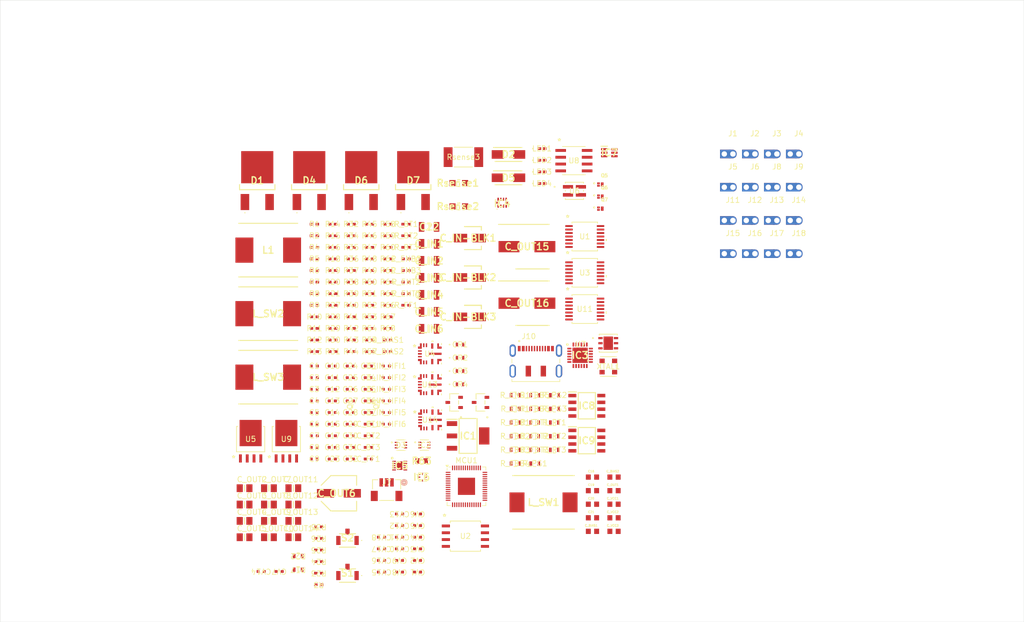
<source format=kicad_pcb>
(kicad_pcb (version 20241229) (generator "pcbnew") (generator_version "9.0")
  (layers (0 "F.Cu" signal) (4 "In1.Cu" signal) (6 "In2.Cu" signal) (2 "B.Cu" signal) (13 "F.Paste" user) (15 "B.Paste" user) (5 "F.SilkS" user "F.Silkscreen") (7 "B.SilkS" user "B.Silkscreen") (1 "F.Mask" user) (3 "B.Mask" user) (25 "Edge.Cuts" user))
  (net 0 "")
  (net 1 "Net-(U1-T-)")
  (net 2 "Net-(U1-T+)")
  (net 3 "GND")
  (net 4 "+3.3V")
  (net 5 "Net-(U3-T-)")
  (net 6 "Net-(U3-T+)")
  (net 7 "+5V")
  (net 8 "VBAT")
  (net 9 "Net-(U11-T-)")
  (net 10 "Net-(U11-T+)")
  (net 11 "/8.4V_Sense")
  (net 12 "Net-(IC3-VCCD)")
  (net 13 "Net-(D2-A)")
  (net 14 "/VBUS_IN")
  (net 15 "VBUS")
  (net 16 "/12V_Sense")
  (net 17 "/AIN0")
  (net 18 "/AIN1")
  (net 19 "/AIN2")
  (net 20 "/ADC RDY")
  (net 21 "Net-(IC6-EN)")
  (net 22 "/5V_Sense")
  (net 23 "Net-(CR1-Pad1)")
  (net 24 "Net-(CR2-Pad1)")
  (net 25 "+8.4V")
  (net 26 "Net-(CR3-Pad1)")
  (net 27 "+12V")
  (net 28 "Net-(CR4-Pad1)")
  (net 29 "Net-(MCU1-RUN)")
  (net 30 "Net-(MCU1-VREG_VOUT)")
  (net 31 "Net-(U4-BIAS)")
  (net 32 "Net-(U13-BIAS)")
  (net 33 "Net-(U14-CBOOT)")
  (net 34 "Net-(U14-SW)")
  (net 35 "Net-(U4-CBOOT)")
  (net 36 "Net-(U4-SW)")
  (net 37 "Net-(U13-CBOOT)")
  (net 38 "Net-(U13-SW)")
  (net 39 "Net-(U13-FB)")
  (net 40 "Net-(C_FF1-Pad1)")
  (net 41 "Net-(C_OUT1-Pad1)")
  (net 42 "Net-(C_OUT10-Pad1)")
  (net 43 "Net-(D5-A)")
  (net 44 "/DC.DC1 VCC")
  (net 45 "/DC.DC2 VCC")
  (net 46 "/DC.DC3 VCC")
  (net 47 "/I_Sense2+")
  (net 48 "Net-(D2-K)")
  (net 49 "Net-(D3-IO3)")
  (net 50 "USB_DP")
  (net 51 "USB_DM")
  (net 52 "Net-(D3-IO1)")
  (net 53 "/Purge Valve Drive")
  (net 54 "/I_Sense3+")
  (net 55 "/I_Sense1+")
  (net 56 "/Main Solenoid Valve")
  (net 57 "Net-(IC1-IOUT)")
  (net 58 "Net-(IC1-REXT)")
  (net 59 "Net-(IC1-VEN)")
  (net 60 "/Status Green")
  (net 61 "Net-(IC2-E1)")
  (net 62 "/Status Red")
  (net 63 "Net-(IC2-E2)")
  (net 64 "Net-(IC3-VBUS_MAX)")
  (net 67 "Net-(IC3-ISNK_FINE)")
  (net 68 "Net-(IC3-VBUS_MIN)")
  (net 69 "/SDA I2C")
  (net 73 "/USB-C PD ~{INT}")
  (net 74 "/SDL I2C")
  (net 75 "Net-(IC3-VBUS_FET_EN)")
  (net 76 "Net-(IC3-SAFE_PWR_EN)")
  (net 77 "Net-(IC3-FLIP)")
  (net 78 "Net-(IC4-SDA)")
  (net 79 "Net-(IC4-SCL)")
  (net 80 "Net-(IC4-ALERT{slash}RDY)")
  (net 81 "Net-(IC5-OUT1)")
  (net 82 "Net-(IC5-OUT2)")
  (net 83 "Net-(IC5-REF1)")
  (net 84 "/SCL I2C")
  (net 85 "Net-(IC7-OUT)")
  (net 86 "Net-(IC7-REF)")
  (net 87 "Net-(IC9-G1)")
  (net 88 "Net-(IC9-S1)")
  (net 89 "/THERMO1 T+")
  (net 90 "/THERMO1 T-")
  (net 91 "/THERMO2 T+")
  (net 92 "/THERMO2 T-")
  (net 93 "/THERMO3 T+")
  (net 94 "/THERMO3 T-")
  (net 95 "Net-(J7-Pad3)")
  (net 96 "Net-(J7-Pad1)")
  (net 97 "/RS_B")
  (net 98 "/RS_A")
  (net 107 "/Main Servo Valve")
  (net 108 "/PRESS_SENSE")
  (net 109 "Net-(LED1-Pad1)")
  (net 110 "Net-(LED2-Pad1)")
  (net 111 "Net-(LED3-Pad1)")
  (net 112 "/RP2040 Standard/MCU QSPI_SS")
  (net 113 "/Solenoid Valve Enable")
  (net 114 "Net-(MCU1-SWCLK)")
  (net 115 "/RS_TX")
  (net 116 "Net-(MCU1-USB_DM)")
  (net 117 "/RP2040 Standard/Crystal")
  (net 118 "/RS_ENABLE")
  (net 119 "/THERMO1_~{FAULT}")
  (net 120 "/THERMO1_~{DRDY}")
  (net 121 "/RP2040 Standard/MCU QSPI_SD0")
  (net 122 "/THERMO3_~{FAULT}")
  (net 123 "/SPI_MISO")
  (net 124 "/RP2040 Standard/MCU QSPI_SCLK")
  (net 125 "Net-(MCU1-USB_DP)")
  (net 126 "/RS_RX")
  (net 127 "/Purge Valve Enable")
  (net 128 "/RP2040 Standard/MCU QSPI_SD2")
  (net 129 "/SPI_MOSI")
  (net 130 "/THERMO3_~{DRDY}")
  (net 131 "/DC.DC1 PGOOD")
  (net 132 "/DC.DC2 PGOOD")
  (net 133 "/THERMO1_~{CS}")
  (net 134 "/RP2040 Standard/MCU QSPI_SD3")
  (net 135 "/SPI_SCK")
  (net 136 "/THERMO2_~{CS}")
  (net 137 "/THERMO2_~{FAULT}")
  (net 138 "/RP2040 Standard/MCU QSPI_SD1")
  (net 139 "/DC.DC3 PGOOD")
  (net 141 "/THERMO2_~{DRDY}")
  (net 142 "/THERMO3_~{CS}")
  (net 143 "Net-(MCU1-SWD)")
  (net 144 "/Servo Valve PWM")
  (net 145 "Net-(Q5-Pad2)")
  (net 146 "Net-(Q6-Pad2)")
  (net 147 "Net-(Q7-Pad2)")
  (net 148 "/TEMP SENSE +")
  (net 149 "/TEMP SENSE -")
  (net 150 "/RP2040 Standard/~{RST}")
  (net 151 "Net-(XTAL1-TRI-STATE(STBY))")
  (net 152 "/RP2040 Standard/~{USB_BOOT}")
  (net 153 "Net-(U6-A_Green)")
  (net 154 "Net-(U6-A_Red)")
  (net 155 "Net-(U14-RBOOT)")
  (net 156 "Net-(U4-RBOOT)")
  (net 157 "Net-(U13-RBOOT)")
  (net 158 "Net-(U14-EN{slash}SYNC)")
  (net 159 "Net-(U4-EN{slash}SYNC)")
  (net 160 "Net-(U13-EN{slash}SYNC)")
  (net 161 "Net-(R_FBB1-Pad2)")
  (net 162 "Net-(U14-FB)")
  (net 163 "Net-(R_FBB3-Pad2)")
  (net 164 "Net-(U4-FB)")
  (net 165 "Net-(R_FBB5-Pad2)")
  (net 166 "Net-(U14-RT)")
  (net 167 "Net-(U4-RT)")
  (net 168 "Net-(U13-RT)")
  (footprint "Resistor-0402:RES_0402" (layer "F.Cu") (at 130.312191 84.9596)
    (property "Reference" "R_BIAS2")
    (property "Value" "5")
  )
  (footprint "USBC-PD_CYPD3177:QFN50P400X400X60-25N-D" (layer "F.Cu") (at 166.195 85.655)
    (property "Reference" "IC3")
    (property "Value" "CYPD3177-24LQXQT" (hide yes))
  )
  (footprint "Resistor-0402:RES_0402" (layer "F.Cu") (at 130.312191 71.9972)
    (property "Reference" "R64")
    (property "Value" "100")
  )
  (footprint "Resistor-0402:RES_0402" (layer "F.Cu") (at 123.468995 67.6764)
    (property "Reference" "R36")
    (property "Value" "2k")
  )
  (footprint "Pico_Conn1x1:Pico_01pin" (layer "F.Cu") (at 194.6998 66.7)
    (property "Reference" "J15")
    (property "Value" "Conn_01x01_Socket")
  )
  (footprint "Capacitor-0805:Capacitor_0805" (layer "F.Cu") (at 112.7 110.45)
    (property "Reference" "C_OUT11")
    (property "Value" "22u")
  )
  (footprint "Capacitor-0402:Capacitor_0402" (layer "F.Cu") (at 126.6907 100.6684)
    (property "Reference" "C_BT2")
    (property "Value" "100n")
  )
  (footprint "Capacitor-0402:Capacitor_0402" (layer "F.Cu") (at 116.6041 100.6684)
    (property "Reference" "C7")
    (property "Value" "100n")
  )
  (footprint "Capacitor-0402:Capacitor_0402" (layer "F.Cu") (at 135.8715 121.7632 180)
    (property "Reference" "CV3")
    (property "Value" "1uF")
  )
  (footprint "Capacitor-0805:Capacitor_0805" (layer "F.Cu") (at 108.15 119.6)
    (property "Reference" "C_OUT10")
    (property "Value" "47u")
  )
  (footprint "Capacitor-1206:Capacitor_1206" (layer "F.Cu") (at 138.02 77.55)
    (property "Reference" "C_IN5")
    (property "Value" "4.7u" (hide yes))
  )
  (footprint "ADS1115:ADS1115IRUGR" (layer "F.Cu") (at 151.66 57.19)
    (property "Reference" "IC4")
    (property "Value" "ADS1115IRUGR" (hide yes))
  )
  (footprint "Resistor-0603:RES_0603" (layer "F.Cu") (at 154.0752 93.0997)
    (property "Reference" "R_ENB1")
    (property "Value" "100k")
  )
  (footprint "Resistor-0402:RES_0402" (layer "F.Cu") (at 117.439201 121.9886 180)
    (property "Reference" "R25")
    (property "Value" "1k")
  )
  (footprint "Resistor-0402:RES_0402" (layer "F.Cu") (at 116.625799 78.4784)
    (property "Reference" "R10")
    (property "Value" "370")
  )
  (footprint "Resistor-0402:RES_0402" (layer "F.Cu") (at 130.312191 82.7992)
    (property "Reference" "R_BIAS1")
    (property "Value" "5")
  )
  (footprint "Capacitor-0402:Capacitor_0402" (layer "F.Cu") (at 129.1471 123.9316 180)
    (property "Reference" "CV16")
    (property "Value" "1uF")
  )
  (footprint "Capacitor-0402:Capacitor_0402" (layer "F.Cu") (at 123.3285 96.3316)
    (property "Reference" "C28")
    (property "Value" "2.2u")
  )
  (footprint "Diode-Schottky_RSX301L:DIOM5026X220N" (layer "F.Cu") (at 152.835 48.19)
    (property "Reference" "D2")
    (property "Value" "RSX301L" (hide yes))
  )
  (footprint "Capacitor-0402:Capacitor_0402" (layer "F.Cu") (at 106.694599 125.9869 180)
    (property "Reference" "CV14")
    (property "Value" "4.7uF")
  )
  (footprint "Resistor-0402:RES_0402" (layer "F.Cu") (at 130.312191 67.6764)
    (property "Reference" "R61")
    (property "Value" "1k")
  )
  (footprint "Resistor-0402:RES_0402" (layer "F.Cu") (at 116.625799 71.9972)
    (property "Reference" "R7")
    (property "Value" "120")
  )
  (footprint "LED-Red_VLMS1500-GS08:LED_00-GS08_VIS_RED" (layer "F.Cu") (at 159.0765 53.6044)
    (property "Reference" "LED4")
    (property "Value" "VLMS1500-GS08")
  )
  (footprint "Capacitor-0402:Capacitor_0402" (layer "F.Cu") (at 123.3285 105.0052)
    (property "Reference" "C32")
    (property "Value" "1u")
  )
  (footprint "Resistor-0402:RES_0402" (layer "F.Cu") (at 126.890593 71.9972)
    (property "Reference" "R50")
    (property "Value" "50k")
  )
  (footprint "DCDC_LM61460:VQFN-HR14_RJR_TEX" (layer "F.Cu") (at 138.199999 97.7)
    (property "Reference" "U14")
    (property "Value" "LM61460AASQRJRRQ1")
  )
  (footprint "Resistor-0402:RES_0402" (layer "F.Cu") (at 116.625799 84.9596)
    (property "Reference" "R13")
    (property "Value" "10K")
  )
  (footprint "Resistor-0603:RES_0603" (layer "F.Cu") (at 161.396 98.1985)
    (property "Reference" "R_RT1")
    (property "Value" "33k2")
  )
  (footprint "TVS-SP3004:SOT563_LTF" (layer "F.Cu") (at 132.7729 102.4127)
    (property "Reference" "D3")
    (property "Value" "SP3004-04XTG")
  )
  (footprint "SQJA36EP-T1-GE3:PowerPAK_SO-8L_3_VIS" (layer "F.Cu") (at 111.395 101.2932)
    (property "Reference" "U9")
    (property "Value" "SQJA36EP-T1_GE3")
  )
  (footprint "Resistor-0402:RES_0402" (layer "F.Cu") (at 123.468995 74.1576)
    (property "Reference" "R39")
    (property "Value" "2k")
  )
  (footprint "Capacitor-4mm:Capacitor_4mm" (layer "F.Cu") (at 145.63 78.49)
    (property "Reference" "C_IN-BLK3")
    (property "Value" "10u" (hide yes))
  )
  (footprint "LED-Yellow_VLMY1300-GS08:LED_VISHAY_VLMX1300_VIS" (layer "F.Cu") (at 143.8 83.6536)
    (property "Reference" "CR1")
    (property "Value" "VLMY1300-GS08")
  )
  (footprint "Resistor-0603:RES_0603" (layer "F.Cu") (at 157.7356 100.7479)
    (property "Reference" "R_FBT2")
    (property "Value" "100K")
  )
  (footprint "LED-Red_VLMS1500-GS08:LED_00-GS08_VIS_RED" (layer "F.Cu") (at 159.0765 51.436)
    (property "Reference" "LED3")
    (property "Value" "VLMS1500-GS08")
  )
  (footprint "Capacitor-0402:Capacitor_0402" (layer "F.Cu") (at 126.6907 102.8368)
    (property "Reference" "C_BT3")
    (property "Value" "100n")
  )
  (footprint "PNP_BC857CMB_315:TRANS_PMZB550UNEYL" (layer "F.Cu") (at 169.975 58.3)
    (property "Reference" "Q7")
    (property "Value" "BC857CMB_315")
  )
  (footprint "Pico_Conn1x1:Pico_01pin" (layer "F.Cu") (at 202.9002 66.7)
    (property "Reference" "J17")
    (property "Value" "Conn_01x01_Socket")
  )
  (footprint "Capacitor-0402:Capacitor_0402" (layer "F.Cu") (at 119.9663 91.9948)
    (property "Reference" "C12")
    (property "Value" "10n")
  )
  (footprint "INA181A4QDCKRQ1:SOT65P210X110-6N" (layer "F.Cu") (at 171.65 47.865)
    (property "Reference" "IC7")
    (property "Value" "INA181A4QDCKRQ1" (hide yes))
  )
  (footprint "Capacitor-0402:Capacitor_0402" (layer "F.Cu") (at 123.3285 100.6684)
    (property "Reference" "C30")
    (property "Value" "470n")
  )
  (footprint "Resistor-0402:RES_0402" (layer "F.Cu") (at 123.468995 78.4784)
    (property "Reference" "R41")
    (property "Value" "2k")
  )
  (footprint "Capacitor-0402:Capacitor_0402" (layer "F.Cu") (at 116.6041 96.3316)
    (property "Reference" "C5")
    (property "Value" "100n")
  )
  (footprint "Capacitor-0402:Capacitor_0402" (layer "F.Cu") (at 123.3285 89.8264)
    (property "Reference" "C25")
    (property "Value" "2.2u")
  )
  (footprint "Resistor-0402:RES_0402" (layer "F.Cu") (at 126.890593 78.4784)
    (property "Reference" "R53")
    (property "Value" "1k")
  )
  (footprint "Capacitor-0402:Capacitor_0402" (layer "F.Cu") (at 135.8715 119.5948 180)
    (property "Reference" "CV4")
    (property "Value" "100nF")
  )
  (footprint "Capacitor-0402:Capacitor_0402" (layer "F.Cu") (at 123.3285 94.1632)
    (property "Reference" "C27")
    (property "Value" "100n")
  )
  (footprint "Resistor-0402:RES_0402" (layer "F.Cu") (at 133.733789 69.8368)
    (property "Reference" "R_ENB3")
    (property "Value" "45k3")
  )
  (footprint "Capacitor-0402:Capacitor_0402" (layer "F.Cu") (at 126.6907 105.0052)
    (property "Reference" "C_FF1")
    (property "Value" "22p")
  )
  (footprint "Capacitor-0402:Capacitor_0402" (layer "F.Cu") (at 116.6041 89.8264)
    (property "Reference" "C2")
    (property "Value" "10n")
  )
  (footprint "Capacitor-0402:Capacitor_0402" (layer "F.Cu") (at 110.056799 125.9869 180)
    (property "Reference" "CV7")
    (property "Value" "100nF")
  )
  (footprint "NMOS_2N7002:PG-SOT23-3-5_INF_MIN" (layer "F.Cu") (at 142.7062 94.449999 90)
    (property "Reference" "Q1")
    (property "Value" "2N7002H6327XTSA2")
  )
  (footprint "Capacitor-0402:Capacitor_0402" (layer "F.Cu") (at 119.9663 87.658)
    (property "Reference" "C10")
    (property "Value" "2.2u")
  )
  (footprint "Resistor-0603:RES_0603" (layer "F.Cu") (at 154.0752 98.1985)
    (property "Reference" "R_FBB1")
    (property "Value" "8k66")
  )
  (footprint "Resistor-0402:RES_0402" (layer "F.Cu") (at 123.468995 69.8368)
    (property "Reference" "R37")
    (property "Value" "95")
  )
  (footprint "Resistor-0402:RES_0402" (layer "F.Cu") (at 123.468995 82.7992)
    (property "Reference" "R43")
    (property "Value" "2k")
  )
  (footprint "Capacitor-0402:Capacitor_0402" (layer "F.Cu") (at 119.9663 96.3316)
    (property "Reference" "C14")
    (property "Value" "10n")
  )
  (footprint "Capacitor-0402:Capacitor_0402" (layer "F.Cu") (at 132.5093 117.4264 180)
    (property "Reference" "CV12")
    (property "Value" "100nF")
  )
  (footprint "Capacitor-8mm:Capacitor_8mm" (layer "F.Cu") (at 156.28 75.94)
    (property "Reference" "C_OUT16")
    (property "Value" "100u" (hide yes))
  )
  (footprint "Capacitor-0805:Capacitor_0805" (layer "F.Cu") (at 108.15 116.55)
    (property "Reference" "C_OUT9")
    (property "Value" "47u")
  )
  (footprint "Pico_Conn1x1:Pico_01pin" (layer "F.Cu") (at 207.0004 60.5)
    (property "Reference" "J14")
    (property "Value" "Conn_01x01_Socket")
  )
  (footprint "DCDC_LM61460:VQFN-HR14_RJR_TEX" (layer "F.Cu") (at 138.157599 91.129997)
    (property "Reference" "U13")
    (property "Value" "LM61460AASQRJRRQ1")
  )
  (footprint "Resistor-0805:RES_0805" (layer "F.Cu") (at 143.565 57.88)
    (property "Reference" "Rsense2")
    (property "Value" "2.5m" (hide yes))
  )
  (footprint "Resistor-0603:RES_0603" (layer "F.Cu") (at 161.396 93.0997)
    (property "Reference" "R_PG2")
    (property "Value" "100K")
  )
  (footprint "Capacitor-0402:Capacitor_0402" (layer "F.Cu") (at 119.9663 89.8264)
    (property "Reference" "C11")
    (property "Value" "100n")
  )
  (footprint "LDO ST1L05A:DFN_5APU33R_STM" (layer "F.Cu") (at 171.4478 83.4)
    (property "Reference" "U7")
    (property "Value" "ST1L05APU33R")
  )
  (footprint "Capacitor-1206:Capacitor_1206" (layer "F.Cu") (at 138.02 61.7)
    (property "Reference" "C22")
    (property "Value" "4.7u" (hide yes))
  )
  (footprint "Pico_Conn1x1:Pico_01pin" (layer "F.Cu") (at 207.0004 54.3)
    (property "Reference" "J9")
    (property "Value" "Conn_01x01_Socket")
  )
  (footprint "USBC-DX07S016JA1:JAE_DX07S016JA1R1500" (layer "F.Cu") (at 157.94 85.505)
    (property "Reference" "J10")
    (property "Value" "DX07S016JA1R1500")
    (fp_line (start 2.875 -0.315) (end 3.125 -0.315) (stroke (width 0.01)) (layer "Edge.Cuts"))
    (fp_line (start 3.125 0.315) (end 2.875 0.315) (stroke (width 0.01)) (layer "Edge.Cuts"))
    (fp_arc (start 2.56 0) (mid 2.652261 -0.222739) (end 2.875 -0.315) (stroke (width 0.01)) (layer "Edge.Cuts"))
    (fp_arc (start 2.875 0.315) (mid 2.652261 0.222739) (end 2.56 0) (stroke (width 0.01)) (layer "Edge.Cuts"))
    (fp_arc (start 3.125 -0.315) (mid 3.347739 -0.222739) (end 3.44 0) (stroke (width 0.01)) (layer "Edge.Cuts"))
    (fp_arc (start 3.44 0) (mid 3.347739 0.222739) (end 3.125 0.315) (stroke (width 0.01)) (layer "Edge.Cuts"))
  )
  (footprint "Capacitor-0402:Capacitor_0402" (layer "F.Cu") (at 135.8715 117.4264 180)
    (property "Reference" "CV5")
    (property "Value" "100nF")
  )
  (footprint "Capacitor-0402:Capacitor_0402" (layer "F.Cu") (at 135.8715 123.9316 180)
    (property "Reference" "CV2")
    (property "Value" "100nF")
  )
  (footprint "Resistor-0402:RES_0402" (layer "F.Cu") (at 133.733789 61.1952)
    (property "Reference" "R_BT1")
    (property "Value" "50")
  )
  (footprint "Capacitor-0402:Capacitor_0402" (layer "F.Cu") (at 129.1471 126.1 180)
    (property "Reference" "CV15")
    (property "Value" "4.7uF")
  )
  (footprint "Capacitor-0805:Capacitor_0805" (layer "F.Cu") (at 112.7 116.55)
    (property "Reference" "C_OUT13")
    (property "Value" "22u")
  )
  (footprint "Pico_Conn1x1:Pico_01pin" (layer "F.Cu") (at 194.6998 60.5)
    (property "Reference" "J11")
    (property "Value" "Conn_01x01_Socket")
  )
  (footprint "Resistor-0402:RES_0402" (layer "F.Cu") (at 120.047397 78.4784)
    (property "Reference" "R28")
    (property "Value" "2k")
  )
  (footprint "Resistor-0402:RES_0402" (layer "F.Cu") (at 126.890593 82.7992)
    (property "Reference" "R56")
    (property "Value" "500")
  )
  (footprint "Capacitor-0402:Capacitor_0402" (layer "F.Cu") (at 130.0529 87.658)
    (property "Reference" "C_IN_HFI1")
    (property "Value" "100n")
  )
  (footprint "Capacitor-1206:Capacitor_1206" (layer "F.Cu") (at 138.02 64.87)
    (property "Reference" "C_IN1")
    (property "Value" "4.7u" (hide yes))
  )
  (footprint "Capacitor-0402:Capacitor_0402" (layer "F.Cu") (at 132.5093 126.1 180)
    (property "Reference" "CV8")
    (property "Value" "100nF")
  )
  (footprint "PNP_BC857CMB_315:TRANS_PMZB550UNEYL" (layer "F.Cu") (at 169.975 53.8)
    (property "Reference" "Q5")
    (property "Value" "BC857CMB_315")
  )
  (footprint "Resistor-0402:RES_0402" (layer "F.Cu") (at 120.047397 69.8368)
    (property "Reference" "R19")
    (property "Value" "100")
  )
  (footprint "LED-Driver_NCR420ZX:SOT230P700X180-4N" (layer "F.Cu") (at 145.3 100.7)
    (property "Reference" "IC1")
    (property "Value" "NCR420ZX" (hide yes))
  )
  (footprint "Resistor-0402:RES_0402" (layer "F.Cu") (at 130.312191 78.4784)
    (property "Reference" "R67")
    (property "Value" "100")
  )
  (footprint "Capacitor-0805:Capacitor_0805" (layer "F.Cu") (at 112.7 119.6)
    (property "Reference" "C_OUT14")
    (property "Value" "22u")
  )
  (footprint "PTS060301B100RP100:RESC1508X55N" (layer "F.Cu") (at 136.6386 105.3666)
    (property "Reference" "R63")
    (property "Value" "PTS060301B100RP100" (hide yes))
  )
  (footprint "2 PNP:SOT-563_1P3X1P7_ONS" (layer "F.Cu") (at 137.1382 102.4)
    (property "Reference" "IC2")
    (property "Value" "NSVT30010MXV6T1G")
  )
  (footprint "DMP2040USD-13:SOIC127P600X175-8N" (layer "F.Cu") (at 167.45 95.075)
    (property "Reference" "IC8")
    (property "Value" "DMP2040USD-13" (hide yes))
  )
  (footprint "LED-Yellow_VLMY1300-GS08:LED_VISHAY_VLMX1300_VIS" (layer "F.Cu") (at 143.8 86.1268)
    (property "Reference" "CR2")
    (property "Value" "VLMY1300-GS08")
  )
  (footprint "Pico_Conn1x1:Pico_01pin" (layer "F.Cu") (at 198.8 66.7)
    (property "Reference" "J16")
    (property "Value" "Conn_01x01_Socket")
  )
  (footprint "Capacitor-0603:Capacitor_0603" (layer "F.Cu") (at 172.525 113.44)
    (property "Reference" "C_VCC1")
    (property "Value" "1u")
  )
  (footprint "SchottkyDiode-RB095BGE:RD3P175SNFRATL" (layer "F.Cu") (at 105.965 52.815)
    (property "Reference" "D1")
    (property "Value" "RB095BGE" (hide yes))
  )
  (footprint "Pico_Conn1x1:Pico_01pin" (layer "F.Cu") (at 194.6998 48.1)
    (property "Reference" "J1")
    (property "Value" "Conn_01x01_Socket")
  )
  (footprint "Resistor-0402:RES_0402" (layer "F.Cu") (at 120.047397 61.1952)
    (property "Reference" "R14")
    (property "Value" "2k")
  )
  (footprint "Capacitor-0402:Capacitor_0402" (layer "F.Cu") (at 130.0529 98.5)
    (property "Reference" "C_IN_HFI6")
    (property "Value" "100n")
  )
  (footprint "Capacitor-0805:Capacitor_0805" (layer "F.Cu") (at 112.7 113.5)
    (property "Reference" "C_OUT12")
    (property "Value" "22u")
  )
  (footprint "Resistor-0603:RES_0603" (layer "F.Cu") (at 161.396 95.6491)
    (property "Reference" "R_PG3")
    (property "Value" "100K")
  )
  (footprint "Resistor-0402:RES_0402" (layer "F.Cu") (at 123.468995 76.318)
    (property "Reference" "R40")
    (property "Value" "2k")
  )
  (footprint "Capacitor-0402:Capacitor_0402" (layer "F.Cu") (at 129.1471 121.7632 180)
    (property "Reference" "CV17")
    (property "Value" "1uF")
  )
  (footprint "E-Switch_Small:TL1017AABF160QG" (layer "F.Cu") (at 122.8 126.75 180)
    (property "Reference" "S1")
    (property "Value" "TL1017AABF160QG" (hide yes))
  )
  (footprint "DCDC_LM61460:VQFN-HR14_RJR_TEX" (layer "F.Cu") (at 138.157599 85.380599)
    (property "Reference" "U4")
    (property "Value" "LM61460AASQRJRRQ1")
  )
  (footprint "LED-Red_VLMS1500-GS08:LED_00-GS08_VIS_RED" (layer "F.Cu") (at 159.0765 49.2676)
    (property "Reference" "LED2")
    (property "Value" "VLMS1500-GS08")
  )
  (footprint "Resistor-2512:RES_WSLP2512" (layer "F.Cu") (at 144.4282 48.6867)
    (property "Reference" "Rsense3")
    (property "Value" "7.5m")
  )
  (footprint "Capacitor-0603:Capacitor_0603" (layer "F.Cu") (at 172.525 108.38)
    (property "Reference" "C_BIAS2")
    (property "Value" "1u")
  )
  (footprint "Capacitor-0603:Capacitor_0603" (layer "F.Cu") (at 168.505 118.5)
    (property "Reference" "C_BIAS1")
    (property "Value" "1u")
  )
  (footprint "Capacitor-0402:Capacitor_0402" (layer "F.Cu") (at 130.0529 96.3316)
    (property "Reference" "C_IN_HFI5")
    (property "Value" "100n")
  )
  (footprint "Capacitor-4mm:Capacitor_4mm" (layer "F.Cu") (at 145.63 63.79)
    (property "Reference" "C_IN-BLK1")
    (property "Value" "10u" (hide yes))
  )
  (footprint "Thermocouple:21-0066J_14_MXM" (layer "F.Cu") (at 167.0674 63.4979)
    (property "Reference" "U1")
    (property "Value" "MAX31856MUD+T")
  )
  (footprint "AS12MHz:ASE-3.2X2.5_ABR" (layer "F.Cu") (at 171.4684 87.75)
    (property "Reference" "XTAL1")
    (property "Value" "ASE-12.000MHZ-LC-T")
  )
  (footprint "Resistor-0402:RES_0402" (layer "F.Cu") (at 133.733789 71.9972)
    (property "Reference" "R_ENT2")
    (property "Value" "590k")
  )
  (footprint "Resistor-0402:RES_0402" (layer "F.Cu") (at 120.047397 80.6388)
    (property "Reference" "R29")
    (property "Value" "100")
  )
  (footprint "Resistor-0402:RES_0402" (layer "F.Cu") (at 133.733789 67.6764)
    (property "Reference" "R_ENB2")
    (property "Value" "63k4")
  )
  (footprint "INA2181A4IDSQR:SON40P200X200X80-11N" (layer "F.Cu") (at 132.5386 106.2416)
    (property "Reference" "IC5")
    (property "Value" "INA2181A4IDSQR" (hide yes))
  )
  (footprint "Capacitor-8mm:Capacitor_8mm" (layer "F.Cu") (at 156.28 65.39)
    (property "Reference" "C_OUT15")
    (property "Value" "560u" (hide yes))
  )
  (footprint "Capacitor-0402:Capacitor_0402" (layer "F.Cu") (at 116.6041 102.8368)
    (property "Reference" "C8")
    (property "Value" "10n")
  )
  (footprint "Resistor-0402:RES_0402" (layer "F.Cu") (at 126.890593 84.9596)
    (property "Reference" "R57")
    (property "Value" "30k")
  )
  (footprint "Resistor-0402:RES_0402" (layer "F.Cu") (at 120.047397 82.7992)
    (property "Reference" "R30")
    (property "Value" "1k")
  )
  (footprint "Capacitor-0402:Capacitor_0402" (layer "F.Cu") (at 119.9663 98.5)
    (property "Reference" "C15")
    (property "Value" "100n")
  )
  (footprint "Resistor-0402:RES_0402" (layer "F.Cu") (at 126.890593 63.3556)
    (property "Reference" "R46")
    (property "Value" "2k")
  )
  (footprint "Resistor-0402:RES_0402" (layer "F.Cu") (at 116.625799 82.7992)
    (property "Reference" "R12")
    (property "Value" "10K")
  )
  (footprint "Capacitor-0805:Capacitor_0805" (layer "F.Cu") (at 103.6 119.6)
    (property "Reference" "C_OUT5")
    (property "Value" "10u")
  )
  (footprint "Capacitor-0402:Capacitor_0402" (layer "F.Cu") (at 130.0529 94.1632)
    (property "Reference" "C_IN_HFI4")
    (property "Value" "100n")
  )
  (footprint "Resistor-0402:RES_0402" (layer "F.Cu") (at 130.312191 69.8368)
    (property "Reference" "R62")
    (property "Value" "1k")
  )
  (footprint "Capacitor-0402:Capacitor_0402" (layer "F.Cu") (at 132.5093 123.9316 180)
    (property "Reference" "CV9")
    (property "Value" "100nF")
  )
  (footprint "Resistor-0805:RES_0805" (layer "F.Cu") (at 143.565 53.53)
    (property "Reference" "Rsense1")
    (property "Value" "2.5m" (hide yes))
  )
  (footprint "Resistor-0402:RES_0402" (layer "F.Cu") (at 126.890593 76.318)
    (property "Reference" "R52")
    (property "Value" "1k")
  )
  (footprint "Resistor-0402:RES_0402" (layer "F.Cu") (at 130.312191 76.318)
    (property "Reference" "R66")
    (property "Value" "160")
  )
  (footprint "Capacitor-0603:Capacitor_0603" (layer "F.Cu") (at 168.505 113.44)
    (property "Reference" "C20")
    (property "Value" "1u")
  )
  (footprint "Resistor-0402:RES_0402" (layer "F.Cu") (at 126.890593 67.6764)
    (property "Reference" "R48")
    (property "Value" "54k2")
  )
  (footprint "Capacitor-0805:Capacitor_0805" (layer "F.Cu") (at 103.6 113.5)
    (property "Reference" "C_OUT3")
    (property "Value" "10u")
  )
  (footprint "Thermocouple:21-0066J_14_MXM" (layer "F.Cu") (at 167.0674 70.2637)
    (property "Reference" "U3")
    (property "Value" "MAX31856MUD+T")
  )
  (footprint "Resistor-0402:RES_0402" (layer "F.Cu") (at 133.733789 74.1576)
    (property "Reference" "R_ENT3")
    (property "Value" "422k")
  )
  (footprint "NOR Flash:SOIC_208MIL_WIN" (layer "F.Cu") (at 144.8 119.4)
    (property "Reference" "U2")
    (property "Value" "W25Q128JVSIQ TR")
  )
  (footprint "Capacitor-0402:Capacitor_0402" (layer "F.Cu") (at 123.3285 98.5)
    (property "Reference" "C29")
    (property "Value" "470n")
  )
  (footprint "Resistor-0402:RES_0402" (layer "F.Cu") (at 120.047397 76.318)
    (property "Reference" "R27")
    (property "Value" "54k2")
  )
  (footprint "Capacitor-0402:Capacitor_0402" (layer "F.Cu") (at 119.9663 94.1632)
    (property "Reference" "C13")
    (property "Value" "10n")
  )
  (footprint "Resistor-0402:RES_0402" (layer "F.Cu") (at 116.625799 76.318)
    (property "Reference" "R9")
    (property "Value" "20K")
  )
  (footprint "SchottkyDiode-RB095BGE:RD3P175SNFRATL" (layer "F.Cu") (at 115.665 52.815)
    (property "Reference" "D4")
    (property "Value" "RB095BGE-30TL" (hide yes))
  )
  (footprint "Capacitor-1206:Capacitor_1206" (layer "F.Cu") (at 138.02 74.38)
    (property "Reference" "C_IN4")
    (property "Value" "4.7u" (hide yes))
  )
  (footprint "NMOS_2N7002:PG-SOT23-3-5_INF_MIN" (layer "F.Cu") (at 147.6178 94.449999 90)
    (property "Reference" "Q2")
    (property "Value" "2N7002H6327XTSA2")
  )
  (footprint "Capacitor-0402:Capacitor_0402" (layer "F.Cu") (at 126.6907 94.1632)
    (property "Reference" "C36")
    (property "Value" "100n")
  )
  (footprint "Pico_Conn1x1:Pico_01pin" (layer "F.Cu") (at 207.0004 48.1)
    (property "Reference" "J4")
    (property "Value" "Conn_01x01_Socket")
  )
  (footprint "Capacitor-0402:Capacitor_0402" (layer "F.Cu") (at 132.5093 115.258 180)
    (property "Reference" "CV13")
    (property "Value" "100nF")
  )
  (footprint "E-Switch_Small:TL1017AABF160QG" (layer "F.Cu") (at 122.8 120.2 180)
    (property "Reference" "S2")
    (property "Value" "TL1017AABF160QG" (hide yes))
  )
  (footprint "Capacitor-0402:Capacitor_0402" (layer "F.Cu") (at 123.3285 102.8368)
    (property "Reference" "C31")
    (property "Value" "1u")
  )
  (footprint "Resistor-0402:RES_0402" (layer "F.Cu") (at 120.047397 63.3556)
    (property "Reference" "R15")
    (property "Value" "370")
  )
  (footprint "Capacitor-0402:Capacitor_0402" (layer "F.Cu") (at 119.9663 100.6684)
    (property "Reference" "C17")
    (property "Value" "100n")
  )
  (footprint "Resistor-0402:RES_0402" (layer "F.Cu") (at 126.890593 74.1576)
    (property "Reference" "R51")
    (property "Value" "10k")
  )
  (footprint "Resistor-0402:RES_0402" (layer "F.Cu") (at 133.733789 76.318)
    (property "Reference" "R_FF1")
    (property "Value" "1k")
  )
  (footprint "Resistor-0402:RES_0402" (layer "F.Cu") (at 117.439201 126.3094 180)
    (property "Reference" "R23")
    (property "Value" "100")
  )
  (footprint "Package_DFN_QFN:QFN-56-1EP_7x7mm_P0.4mm_EP3.2x3.2mm" (layer "F.Cu") (at 145 110.1)
    (property "Reference" "MCU1")
    (property "Value" "RP2040")
  )
  (footprint "Resistor-0402:RES_0402" (layer "F.Cu") (at 123.468995 71.9972)
    (property "Reference" "R38")
    (property "Value" "2k")
  )
  (footprint "Resistor-0402:RES_0402" (layer "F.Cu") (at 120.047397 71.9972)
    (property "Reference" "R20")
    (property "Value" "100")
  )
  (footprint "Resistor-0402:RES_0402" (layer "F.Cu") (at 123.468995 63.3556)
    (property "Reference" "R34")
    (property "Value" "100")
  )
  (footprint "Resistor-0402:RES_0402" (layer "F.Cu") (at 116.625799 74.1576)
    (property "Reference" "R8")
    (property "Value" "20K")
  )
  (footprint "DMP2040USD-13:SOIC127P600X175-8N" (layer "F.Cu") (at 167.45 101.575)
    (property "Reference" "IC9")
    (property "Value" "DMP2040USD-13" (hide yes))
  )
  (footprint "Resistor-0402:RES_0402" (layer "F.Cu") (at 126.890593 80.6388)
    (property "Reference" "R54")
    (property "Value" "320")
  )
  (footprint "Pico_Conn1x1:Pico_01pin" (layer "F.Cu") (at 202.9002 54.3)
    (property "Reference" "J8")
    (property "Value" "Conn_01x01_Socket")
  )
  (footprint "Capacitor-0402:Capacitor_0402" (layer "F.Cu") (at 116.6041 98.5)
    (property "Reference" "C6")
    (property "Value" "10n")
  )
  (footprint "Resistor-0402:RES_0402" (layer "F.Cu") (at 120.047397 84.9596)
    (property "Reference" "R31")
    (property "Value" "150")
  )
  (footprint "Capacitor-0402:Capacitor_0402" (layer "F.Cu") (at 116.6041 105.0052)
    (property "Reference" "C9")
    (property "Value" "10n")
  )
  (footprint "Pico_Conn1x1:Pico_01pin" (layer "F.Cu") (at 207.0004 66.7)
    (property "Reference" "J18")
    (property "Value" "Conn_01x01_Socket")
  )
  (footprint "Resistor-0402:RES_0402" (layer "F.Cu") (at 126.890593 65.516)
    (property "Reference" "R47")
    (property "Value" "DNP")
  )
  (footprint "Capacitor-0402:Capacitor_0402" (layer "F.Cu") (at 135.8715 126.1 180)
    (property "Reference" "CV1")
    (property "Value" "1uF")
  )
  (footprint "Capacitor-0402:Capacitor_0402" (layer "F.Cu") (at 130.0529 89.8264)
    (property "Reference" "C_IN_HFI2")
    (property "Value" "100n")
  )
  (footprint "Resistor-0402:RES_0402" (layer "F.Cu") (at 120.047397 67.6764)
    (property "Reference" "R18")
    (property "Value" "160")
  )
  (footprint "Resistor-0402:RES_0402" (layer "F.Cu") (at 116.625799 65.516)
    (property "Reference" "R4")
    (property "Value" "100")
  )
  (footprint "Resistor-0402:RES_0402" (layer "F.Cu") (at 130.312191 65.516)
    (property "Reference" "R60")
    (property "Value" "200k")
  )
  (footprint "SQJA36EP-T1-GE3:PowerPAK_SO-8L_3_VIS" (layer "F.Cu") (at 104.7308 101.2932)
    (property "Reference" "U5")
    (property "Value" "SQJA36EP-T1_GE3")
  )
  (footprint "Resistor-0603:RES_0603" (layer "F.Cu") (at 157.7356 103.2973)
    (property "Reference" "R_FBT3")
    (property "Value" "100K")
  )
  (footprint "Capacitor-0402:Capacitor_0402" (layer "F.Cu") (at 116.6041 91.9948)
    (property "Reference" "C3")
    (property "Value" "10n")
  )
  (footprint "Resistor-0402:RES_0402" (layer "F.Cu") (at 117.439201 128.4698 180)
    (property "Reference" "R3")
    (property "Value" "1k")
  )
  (footprint "Capacitor-0603:Capacitor_0603" (layer "F.Cu") (at 168.505 108.38)
    (property "Reference" "C16")
    (property "Value" "1u")
  )
  (footprint "Thermocouple:21-0066J_14_MXM" (layer "F.Cu") (at 167.0674 77.0295)
    (property "Reference" "U11")
    (property "Value" "MAX31856MUD+T")
  )
  (footprint "Capacitor-0603:Capacitor_0603" (layer "F.Cu") (at 172.525 115.97)
    (property "Reference" "C_VCC2")
    (property "Value" "1u")
  )
  (footprint "Resistor-0402:RES_0402" (layer "F.Cu") (at 123.468995 65.516)
    (property "Reference" "R35")
    (property "Value" "2k")
  )
  (footprint "LED-Red_VLMS1500-GS08:LED_00-GS08_VIS_RED" (layer "F.Cu") (at 159.0765 47.0992)
    (property "Reference" "LED1")
    (property "Value" "VLMS1500-GS08")
  )
  (footprint "Inductor-10.1x10:Inductor_10.1x10" (layer "F.Cu") (at 108.015 77.89)
    (property "Reference" "L_SW2")
    (property "Value" "15u" (hide yes))
  )
  (footprint "Pico_Conn1x1:Pico_01pin" (layer "F.Cu") (at 202.9002 60.5)
    (property "Reference" "J13")
    (property "Value" "Conn_01x01_Socket")
  )
  (footprint "Capacitor-0402:Capacitor_0402" (layer "F.Cu") (at 130.0529 91.9948)
    (property "Reference" "C_IN_HFI3")
    (property "Value" "100n")
  )
  (footprint "Inductor-11.5x10:Inductor_11.5x10" (layer "F.Cu") (at 159.37 113.09)
    (property "Reference" "L_SW1")
    (property "Value" "10u" (hide yes))
  )
  (footprint "Capacitor-0402:Capacitor_0402" (layer "F.Cu") (at 129.1471 119.5948 180)
    (property "Reference" "CV18")
    (property "Value" "100nF")
  )
  (footprint "Resistor-0603:RES_0603" (layer "F.Cu") (at 157.7356 95.6491)
    (property "Reference" "R_FBB6")
    (property "Value" "120")
  )
  (footprint "Capacitor-0603:Capacitor_0603" (layer "F.Cu") (at 168.505 115.97)
    (property "Reference" "C21")
    (property "Value" "1u")
  )
  (footprint "Resistor-0603:RES_0603" (layer "F.Cu") (at 154.0752 103.2973)
    (property "Reference" "R_FBB3")
    (property "Value" "12k6")
  )
  (footprint "Resistor-0603:RES_0603" (layer "F.Cu") (at 161.396 103.2973)
    (property "Reference" "R_RT3")
    (property "Value" "33k2")
  )
  (footprint "Resistor-0402:RES_0402" (layer "F.Cu") (at 133.733789 63.3556)
    (property "Reference" "R_BT2")
    (property "Value" "50")
  )
  (footprint "Capacitor-0402:Capacitor_0402" (layer "F.Cu") (at 123.3285 91.9948)
    (property "Reference" "C26")
    (property "Value" "100n")
  )
  (footprint "Capacitor-0402:Capacitor_0402" (layer "F.Cu") (at 135.8715 115.258 180)
    (property "Reference" "CV6")
    (property "Value" "1uF")
  )
  (footprint "Capacitor-0402:Capacitor_0402" (layer "F.Cu") (at 119.9663 105.0052)
    (property "Reference" "C23")
    (property "Value" "1n")
  )
  (footprint "LED-Yellow_VLMY1300-GS08:LED_VISHAY_VLMX1300_VIS" (layer "F.Cu") (at 143.8 88.6)
    (property "Reference" "CR3")
    (property "Value" "VLMY1300-GS08")
  )
  (footprint "Resistor-0603:RES_0603" (layer "F.Cu") (at 157.7356 105.8467)
    (property "Reference" "R_PG1")
    (property "Value" "100K")
  )
  (footprint "PCA9306GM,125:PCA9570GMH" (layer "F.Cu") (at 136.7886 108.3916)
    (property "Reference" "IC6")
    (property "Value" "PCA9306GM,125" (hide yes))
  )
  (footprint "Pico_Conn1x1:Pico_01pin" (layer "F.Cu") (at 198.8 54.3)
    (property "Reference" "J6")
    (property "Value" "Conn_01x01_Socket")
  )
  (footprint "Resistor-0603:RES_0603" (layer "F.Cu") (at 157.7356 93.0997)
    (property "Reference" "R_FBB5")
    (property "Value" "22k1")
  )
  (footprint "Resistor-0603:RES_0603" (layer "F.Cu") (at 157.7356 98.1985)
    (property "Reference" "R_FBT1")
    (property "Value" "100K")
  )
  (footprint "Capacitor-0402:Capacitor_0402" (layer "F.Cu") (at 126.6907 87.658)
    (property "Reference" "C33")
    (property "Value" "1u")
  )
  (footprint "Resistor-0402:RES_0402" (layer "F.Cu") (at 130.312191 74.1576)
    (property "Reference" "R65")
    (property "Value" "1k")
  )
  (footprint "Capacitor-0805:Capacitor_0805" (layer "F.Cu") (at 103.6 116.55)
    (property "Reference" "C_OUT4")
    (property "Value" "10u")
  )
  (footprint "Resistor-0603:RES_0603" (layer "F.Cu") (at 154.0752 105.8467)
    (property "Reference" "R_FBB4")
    (property "Value" "50")
  )
  (footprint "Capacitor-0402:Capacitor_0402" (layer "F.Cu") (at 116.6041 94.1632)
    (property "Reference" "C4")
    (property "Value" "10n")
  )
  (footprint "Resistor-0402:RES_0402" (layer "F.Cu") (at 130.312191 63.3556)
    (property "Reference" "R59")
    (property "Value" "100")
  )
  (footprint "Pico_Conn1x1:Pico_01pin" (layer "F.Cu") (at 194.6998 54.3)
    (property "Reference" "J5")
    (property "Value" "Conn_01x01_Socket")
  )
  (footprint "Resistor-0402:RES_0402" (layer "F.Cu") (at 117.439201 117.6678 180)
    (property "Reference" "R33")
    (property "Value" "10k")
  )
  (footprint "Capacitor-0805:Capacitor_0805" (layer "F.Cu") (at 103.6 110.45)
    (property "Reference" "C_OUT2")
    (property "Value" "10u")
  )
  (footprint "Inductor-10.1x10:Inductor_10.1x10" (layer "F.Cu") (at 108.015 66.04)
    (property "Reference" "L1")
    (property "Value" "2.2u" (hide yes))
  )
  (footprint "Resistor-0402:RES_0402" (layer "F.Cu") (at 116.625799 67.6764)
    (property "Reference" "R5")
    (property "Value" "100")
  )
  (footprint "Capacitor-0603:Capacitor_0603" (layer "F.Cu") (at 172.525 118.5)
    (property "Reference" "C_VCC3")
    (property "Value" "1u")
  )
  (footprint "Resistor-0603:RES_0603" (layer "F.Cu") (at 154.0752 95.6491)
    (property "Reference" "R_ENT1")
    (property "Value" "931k")
  )
  (footprint "Capacitor-0402:Capacitor_0402" (layer "F.Cu") (at 119.9663 102.8368)
    (property "Reference" "C18")
    (property "Value" "100n")
  )
  (footprint "Capacitor-0805:Capacitor_0805" (layer "F.Cu") (at 108.15 113.5)
    (property "Reference" "C_OUT8")
    (property "Value" "22u")
  )
  (footprint "Capacitor-4mm:Capacitor_4mm" (layer "F.Cu") (at 145.63 71.14)
    (property "Reference" "C_IN-BLK2")
    (property "Value" "10u" (hide yes))
  )
  (footprint "Capacitor-0402:Capacitor_0402" (layer "F.Cu") (at 116.6041 87.658)
    (property "Reference" "C1")
    (property "Value" "100n")
  )
  (footprint "Resistor-0402:RES_0402" (layer "F.Cu") (at 133.733789 65.516)
    (property "Reference" "R_BT3")
    (property "Value" "100")
  )
  (footprint "Capacitor-0805:Capacitor_0805" (layer "F.Cu") (at 108.15 110.45)
    (property "Reference" "C_OUT7")
    (property "Value" "22u")
  )
  (footprint "Resistor-0402:RES_0402" (layer "F.Cu") (at 117.439201 124.149 180)
    (property "Reference" "R24")
    (property "Value" "100")
  )
  (footprint "Pico_Conn1x1:Pico_01pin" (layer "F.Cu") (at 202.9002 48.1)
    (property "Reference" "J3")
    (property "Value" "Conn_01x01_Socket")
  )
  (footprint "Pico_Conn1x1:Pico_01pin" (layer "F.Cu") (at 198.8 48.1)
    (property "Reference" "J2")
    (property "Value" "Conn_01x01_Socket")
  )
  (footprint "Resistor-0402:RES_0402" (layer "F.Cu") (at 116.625799 69.8368)
    (property "Reference" "R6")
    (property "Value" "10k")
  )
  (footprint "Resistor-0603:RES_0603" (layer "F.Cu") (at 161.396 100.7479)
    (property "Reference" "R_RT2")
    (property "Value" "33k2")
  )
  (footprint "Resistor-0402:RES_0402" (layer "F.Cu") (at 117.439201 119.8282 180)
    (property "Reference" "R26")
    (property "Value" "1k")
  )
  (footprint "Resistor-0402:RES_0402" (layer "F.Cu") (at 126.890593 61.1952)
    (property "Reference" "R45")
    (property "Value" "2k")
  )
  (footprint "Resistor-0603:RES_0603" (layer "F.Cu") (at 154.0752 100.7479)
    (property "Reference" "R_FBB2")
    (property "Value" "30")
  )
  (footprint "Capacitor-0402:Capacitor_0402" (layer "F.Cu") (at 126.6907 98.5)
    (property "Reference" "C_BT1")
    (property "Value" "100n")
  )
  (footprint "Inductor-10.1x10:Inductor_10.1x10" (layer "F.Cu") (at 108.015 89.74)
    (property "Reference" "L_SW3")
    (property "Value" "15u" (hide yes))
  )
  (footprint "Capacitor-1206:Capacitor_1206" (layer "F.Cu") (at 138.02 68.04)
    (property "Reference" "C_IN2")
    (property "Value" "4.7u" (hide yes))
  )
  (footprint "Capacitor-1206:Capacitor_1206" (layer "F.Cu") (at 138.02 71.21)
    (property "Reference" "C_IN3")
    (property "Value" "4.7u" (hide yes))
  )
  (footprint "Resistor-0402:RES_0402" (layer "F.Cu") (at 130.312191 80.6388)
    (property "Reference" "R68")
    (property "Value" "10k")
  )
  (footprint "Capacitor-6mm:Capacitor_6mm" (layer "F.Cu") (at 121.2 111.4)
    (property "Reference" "C_OUT6")
    (property "Value" "100u" (hide yes))
  )
  (footprint "Capacitor-0402:Capacitor_0402" (layer "F.Cu") (at 132.5093 121.7632 180)
    (property "Reference" "CV10")
    (property "Value" "100nF")
  )
  (footprint "Resistor-0402:RES_0402" (layer "F.Cu") (at 130.312191 61.1952)
    (property "Reference" "R58")
    (property "Value" "30k")
  )
  (footprint "Resistor-0402:RES_0402" (layer "F.Cu") (at 123.468995 61.1952)
    (property "Reference" "R32")
    (property "Value" "100")
  )
  (footprint "RS Transceiver:21-0041-3-M_90-0096-8L_MXM" (layer "F.Cu") (at 165.0408 49.3452)
    (property "Reference" "U8")
    (property "Value" "MAX485CSA+T")
  )
  (footprint "Capacitor-0402:Capacitor_0402" (layer "F.Cu") (at 126.6907 89.8264)
    (property "Reference" "C34")
    (property "Value" "C")
  )
  (footprint "Capacitor-0402:Capacitor_0402" (layer "F.Cu") (at 123.3285 87.658)
    (property "Reference" "C24")
    (property "Value" "2.2u")
  )
  (footprint "Resistor-0603:RES_0603" (layer "F.Cu") (at 113.6 125.6494 180)
    (property "Reference" "R17")
    (property "Value" "27")
  )
  (footprint "Resistor-0402:RES_0402" (layer "F.Cu") (at 120.047397 65.516)
    (property "Reference" "R16")
    (property "Value" "10K")
  )
  (footprint "Pico_Conn1x1:Pico_01pin" (layer "F.Cu") (at 198.8 60.5)
    (property "Reference" "J12")
    (property "Value" "Conn_01x01_Socket")
  )
  (footprint "Resistor-0402:RES_0402" (layer "F.Cu") (at 120.047397 74.1576)
    (property "Reference" "R21")
    (property "Value" "160")
  )
  (footprint "Capacitor-0603:Capacitor_0603" (layer "F.Cu") (at 172.525 110.91)
    (property "Reference" "C_OUT1")
    (property "Value" "1u")
  )
  (footprint "SchottkyDiode-RB095BGE:RD3P175SNFRATL" (layer "F.Cu") (at 125.365 52.815)
    (property "Reference" "D6")
    (property "Value" "RB095BGE" (hide yes))
  )
  (footprint "Resistor-0402:RES_0402" (layer "F.Cu") (at 116.625799 61.1952)
    (property "Reference" "R1")
    (property "Value" "100")
  )
  (footprint "LED-Yellow_VLMY1300-GS08:LED_VISHAY_VLMX1300_VIS" (layer "F.Cu") (at 143.8 91.0732)
    (property "Reference" "CR4")
    (property "Value" "VLMY1300-GS08")
  )
  (footprint "Capacitor-0603:Capacitor_0603" (layer "F.Cu") (at 168.505 110.91)
    (property "Reference" "C19")
    (property "Value" "1u")
  )
  (footprint "VLMKG3400-GS08:SMT_00-GS08_VIS" (layer "F.Cu") (at 165.1426 54.9784)
    (property "Reference" "U6")
    (property "Value" "VLMKG3400-GS08")
  )
  (footprint "Resistor-0603:RES_0603" (layer "F.Cu") (at 113.6 123.1 180)
    (property "Reference" "R22")
    (property "Value" "27")
  )
  (footprint "Resistor-0402:RES_0402" (layer "F.Cu") (at 116.625799 63.3556)
    (property "Reference" "R2")
    (property "Value" "100")
  )
  (footprint "SchottkyDiode-RB095BGE:RD3P175SNFRATL" (layer "F.Cu") (at 135.065 52.815)
    (property "Reference" "D7")
    (property "Value" "RB095BGE-30TL" (hide yes))
  )
  (footprint "SWD_Con:CONN_BM03B-SRSS-TBLFSN_JST" (layer "F.Cu") (at 130.1 110.8)
    (property "Reference" "J7")
    (property "Value" "BM03B-SRSS-TBLFSN")
  )
  (footprint "Resistor-0402:RES_0402" (layer "F.Cu") (at 123.468995 80.6388)
    (property "Reference" "R42")
    (property "Value" "65")
  )
  (footprint "Resistor-0402:RES_0402" (layer "F.Cu") (at 123.468995 84.9596)
    (property "Reference" "R44")
    (property "Value" "2k")
  )
  (footprint "Resistor-0402:RES_0402" (layer "F.Cu") (at 116.625799 80.6388)
    (property "Reference" "R11")
    (property "Value" "370")
  )
  (footprint "Capacitor-0402:Capacitor_0402" (layer "F.Cu") (at 132.5093 119.5948 180)
    (property "Reference" "CV11")
    (property "Value" "100nF")
  )
  (footprint "Resistor-0402:RES_0402" (layer "F.Cu") (at 126.890593 69.8368)
    (property "Reference" "R49")
    (property "Value" "50k")
  )
  (footprint "PNP_BC857CMB_315:TRANS_PMZB550UNEYL" (layer "F.Cu") (at 169.975 56.05)
    (property "Reference" "Q6")
    (property "Value" "BC857CMB_315")
  )
  (footprint "Diode-Schottky_RSX301L:DIOM5026X220N" (layer "F.Cu") (at 152.835 52.54)
    (property "Reference" "D5")
    (property "Value" "RSX301L" (hide yes))
  )
  (footprint "Capacitor-0402:Capacitor_0402" (layer "F.Cu") (at 126.6907 91.9948)
    (property "Reference" "C35")
    (property "Value" "100n")
  )
  (footprint "Capacitor-0402:Capacitor_0402" (layer "F.Cu") (at 126.6907 96.3316)
    (property "Reference" "C37")
    (property "Value" "100n")
  )
  (footprint "Capacitor-1206:Capacitor_1206" (layer "F.Cu") (at 138.02 80.72)
    (property "Reference" "C_IN6")
    (property "Value" "4.7u" (hide yes))
  )
  (gr_rect (start 58 19.4) (end 249 135.4) (stroke (width 0.05)) (fill no) (layer "Edge.Cuts"))
)
</source>
